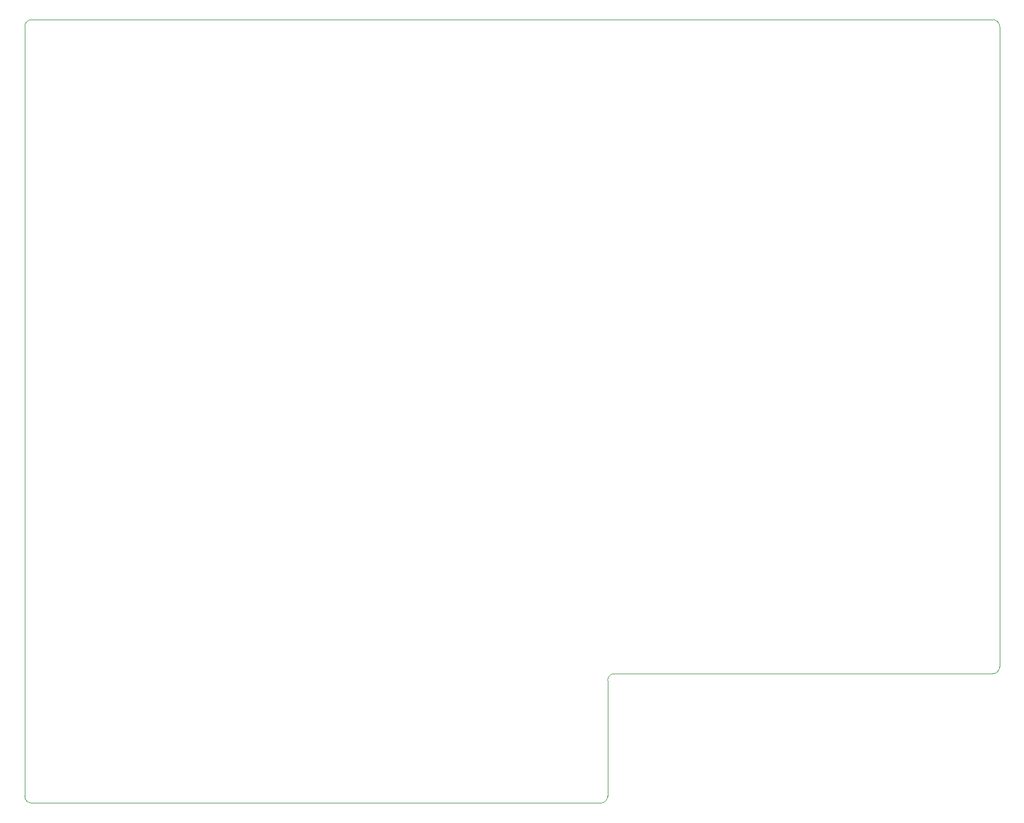
<source format=gm1>
%TF.GenerationSoftware,KiCad,Pcbnew,7.0.1*%
%TF.CreationDate,2023-09-05T22:58:43-07:00*%
%TF.ProjectId,Power_Meter_RPi_Hat_HW,506f7765-725f-44d6-9574-65725f525069,rev?*%
%TF.SameCoordinates,PX686d660PY8f0d180*%
%TF.FileFunction,Profile,NP*%
%FSLAX46Y46*%
G04 Gerber Fmt 4.6, Leading zero omitted, Abs format (unit mm)*
G04 Created by KiCad (PCBNEW 7.0.1) date 2023-09-05 22:58:43*
%MOMM*%
%LPD*%
G01*
G04 APERTURE LIST*
%TA.AperFunction,Profile*%
%ADD10C,0.100000*%
%TD*%
G04 APERTURE END LIST*
D10*
X84500000Y0D02*
G75*
G03*
X85500000Y1000000I0J1000000D01*
G01*
X142000000Y19000000D02*
G75*
G03*
X143000000Y20000000I0J1000000D01*
G01*
X86500000Y19000000D02*
X142000000Y19000000D01*
X84500000Y0D02*
X1000000Y0D01*
X1000000Y115000000D02*
G75*
G03*
X0Y114000000I0J-1000000D01*
G01*
X0Y114000000D02*
X0Y1000000D01*
X0Y1000000D02*
G75*
G03*
X1000000Y0I1000000J0D01*
G01*
X86500000Y19000000D02*
G75*
G03*
X85500000Y18000000I0J-1000000D01*
G01*
X143000000Y114000000D02*
G75*
G03*
X142000000Y115000000I-1000000J0D01*
G01*
X143000000Y114000000D02*
X143000000Y20000000D01*
X142000000Y115000000D02*
X1000000Y115000000D01*
X85500000Y18000000D02*
X85500000Y1000000D01*
M02*

</source>
